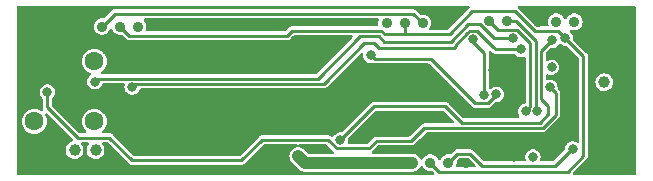
<source format=gbr>
%TF.GenerationSoftware,KiCad,Pcbnew,7.0.7*%
%TF.CreationDate,2024-07-30T16:01:34+03:00*%
%TF.ProjectId,Main_PCB_002,4d61696e-5f50-4434-925f-3030322e6b69,rev?*%
%TF.SameCoordinates,Original*%
%TF.FileFunction,Copper,L3,Inr*%
%TF.FilePolarity,Positive*%
%FSLAX46Y46*%
G04 Gerber Fmt 4.6, Leading zero omitted, Abs format (unit mm)*
G04 Created by KiCad (PCBNEW 7.0.7) date 2024-07-30 16:01:34*
%MOMM*%
%LPD*%
G01*
G04 APERTURE LIST*
%TA.AperFunction,ComponentPad*%
%ADD10C,0.900000*%
%TD*%
%TA.AperFunction,ComponentPad*%
%ADD11C,1.600000*%
%TD*%
%TA.AperFunction,ComponentPad*%
%ADD12C,2.200000*%
%TD*%
%TA.AperFunction,ComponentPad*%
%ADD13C,1.000000*%
%TD*%
%TA.AperFunction,ComponentPad*%
%ADD14C,0.499999*%
%TD*%
%TA.AperFunction,ViaPad*%
%ADD15C,0.800000*%
%TD*%
%TA.AperFunction,Conductor*%
%ADD16C,0.250000*%
%TD*%
%TA.AperFunction,Conductor*%
%ADD17C,1.000000*%
%TD*%
G04 APERTURE END LIST*
D10*
%TO.N,Net-(D11-Conn)*%
%TO.C,D27*%
X87325200Y-63855600D03*
%TD*%
D11*
%TO.N,Net-(D3-Conn)*%
%TO.C,D3*%
X60401200Y-60350400D03*
%TD*%
%TO.N,GND2*%
%TO.C,D19*%
X55321200Y-55270400D03*
%TD*%
D12*
%TO.N,GND2*%
%TO.C,D29*%
X55626000Y-63246000D03*
%TD*%
D10*
%TO.N,Net-(D12-Conn)*%
%TO.C,D12*%
X62585600Y-52324000D03*
%TD*%
D11*
%TO.N,Net-(D2-Conn)*%
%TO.C,D2*%
X60401200Y-55270400D03*
%TD*%
D12*
%TO.N,GND2*%
%TO.C,D30*%
X104394000Y-52578000D03*
%TD*%
D10*
%TO.N,GND2*%
%TO.C,D20*%
X89712800Y-52019200D03*
%TD*%
D13*
%TO.N,GND2*%
%TO.C,D18*%
X103581200Y-58674000D03*
%TD*%
D10*
%TO.N,Net-(D13-Conn)*%
%TO.C,D22*%
X88188800Y-52019200D03*
%TD*%
D11*
%TO.N,Net-(D1-Conn)*%
%TO.C,D1*%
X55321200Y-60350400D03*
%TD*%
D10*
%TO.N,Net-(D12-Conn)*%
%TO.C,D25*%
X88849200Y-63855600D03*
%TD*%
%TO.N,GND2*%
%TO.C,D21*%
X91897200Y-63855600D03*
%TD*%
%TO.N,GND2*%
%TO.C,D10*%
X97993200Y-51917600D03*
%TD*%
%TO.N,Net-(D7-Conn)*%
%TO.C,D7*%
X95351600Y-51816000D03*
%TD*%
%TO.N,Net-(D12-Conn)*%
%TO.C,D24*%
X86664800Y-52019200D03*
%TD*%
D13*
%TO.N,Net-(D16-Conn)*%
%TO.C,D17*%
X103581200Y-57048400D03*
%TD*%
D14*
%TO.N,GND2*%
%TO.C,U4*%
X81012599Y-57067600D03*
X82012600Y-55867600D03*
X82012600Y-57067600D03*
X82012600Y-58267600D03*
X83012601Y-57067600D03*
%TD*%
D10*
%TO.N,Net-(D13-Conn)*%
%TO.C,D23*%
X90373200Y-63855600D03*
%TD*%
%TO.N,Net-(D13-Conn)*%
%TO.C,D13*%
X61061600Y-52324000D03*
%TD*%
D13*
%TO.N,Net-(D16-Conn)*%
%TO.C,D16*%
X58724800Y-62788800D03*
%TD*%
D10*
%TO.N,Net-(D11-Conn)*%
%TO.C,D11*%
X64109600Y-52324000D03*
%TD*%
%TO.N,Net-(D8-Conn)*%
%TO.C,D8*%
X101041200Y-51917600D03*
%TD*%
D12*
%TO.N,GND2*%
%TO.C,D28*%
X55626000Y-52324000D03*
%TD*%
D14*
%TO.N,GND2*%
%TO.C,U3*%
X83539899Y-61385600D03*
X84539900Y-60185600D03*
X84539900Y-61385600D03*
X84539900Y-62585600D03*
X85539901Y-61385600D03*
%TD*%
D10*
%TO.N,Net-(D9-Conn)*%
%TO.C,D9*%
X99517200Y-51917600D03*
%TD*%
%TO.N,GND2*%
%TO.C,D14*%
X59563000Y-52349400D03*
%TD*%
%TO.N,Net-(D6-Conn)*%
%TO.C,D6*%
X93827600Y-51816000D03*
%TD*%
D12*
%TO.N,GND2*%
%TO.C,D31*%
X104394000Y-63246000D03*
%TD*%
D13*
%TO.N,Net-(D15-Conn)*%
%TO.C,D15*%
X60502800Y-62788800D03*
%TD*%
D10*
%TO.N,Net-(D11-Conn)*%
%TO.C,D26*%
X85140800Y-52019200D03*
%TD*%
D15*
%TO.N,Net-(U2-PA5)*%
X98971353Y-57486101D03*
X56426100Y-57873900D03*
%TO.N,GND2*%
X99629577Y-61401247D03*
X94192352Y-56031975D03*
X99656259Y-56637226D03*
X73609200Y-55930800D03*
X94661803Y-59513546D03*
X73609200Y-59080400D03*
X95910400Y-63385100D03*
X102362000Y-54203600D03*
X73609200Y-60096400D03*
X79095600Y-55626000D03*
X73660000Y-54762400D03*
X86614000Y-57150000D03*
X77384701Y-53457901D03*
X73609200Y-58013600D03*
X67056000Y-59436000D03*
X104241600Y-55422800D03*
X73609200Y-61163200D03*
X65278000Y-55118000D03*
X88290400Y-57759600D03*
X75666600Y-52247800D03*
%TO.N,Net-(D7-Conn)*%
X97924745Y-59514700D03*
%TO.N,Net-(D11-Conn)*%
X77622400Y-63296800D03*
%TO.N,Net-(D13-Conn)*%
X100888800Y-62687200D03*
%TO.N,Net-(D15-Conn)*%
X97536000Y-63385100D03*
%TO.N,Net-(D6-Conn)*%
X96925243Y-59514700D03*
%TO.N,Net-(U2-PB5)*%
X60452000Y-56997600D03*
X95855301Y-53315500D03*
%TO.N,Net-(U2-PB4)*%
X96520000Y-54254400D03*
X63601600Y-57454343D03*
X99110800Y-55778400D03*
%TO.N,Net-(U2-PA1)*%
X92494408Y-53397971D03*
X93421200Y-58115200D03*
%TO.N,Net-(U2-PA0)*%
X94437200Y-58064400D03*
X83820000Y-54762400D03*
%TO.N,Net-(D12-Conn)*%
X100279200Y-53289200D03*
%TO.N,Net-(U2-PB3)*%
X99161600Y-53492400D03*
X81229200Y-61925200D03*
X81229200Y-61925200D03*
%TD*%
D16*
%TO.N,Net-(U2-PA5)*%
X99466400Y-59791600D02*
X98356000Y-60902000D01*
X61671200Y-61722000D02*
X58994895Y-61722000D01*
X72833400Y-63666200D02*
X63615400Y-63666200D01*
X80203895Y-61925200D02*
X74574400Y-61925200D01*
X98356000Y-60902000D02*
X88348400Y-60902000D01*
X98971353Y-57486101D02*
X99466400Y-57981148D01*
X63615400Y-63666200D02*
X61671200Y-61722000D01*
X87239799Y-62010601D02*
X84301727Y-62010601D01*
X83662128Y-62650200D02*
X80928895Y-62650200D01*
X74574400Y-61925200D02*
X72833400Y-63666200D01*
X99466400Y-57981148D02*
X99466400Y-59791600D01*
X80928895Y-62650200D02*
X80203895Y-61925200D01*
X84301727Y-62010601D02*
X83662128Y-62650200D01*
X56426100Y-59153205D02*
X56426100Y-57873900D01*
X88348400Y-60902000D02*
X87239799Y-62010601D01*
X58994895Y-61722000D02*
X56426100Y-59153205D01*
%TO.N,Net-(D7-Conn)*%
X97790000Y-53543200D02*
X96062800Y-51816000D01*
X97924745Y-59514700D02*
X97790000Y-59379955D01*
X97924745Y-59514700D02*
X97739200Y-59329155D01*
X96062800Y-51816000D02*
X95351600Y-51816000D01*
X97790000Y-59379955D02*
X97790000Y-53543200D01*
X97739200Y-59329155D02*
X97739200Y-59283600D01*
D17*
%TO.N,Net-(D11-Conn)*%
X87325200Y-63855600D02*
X78232000Y-63855600D01*
D16*
X77673200Y-63296800D02*
X77673200Y-63296800D01*
X77673200Y-63296800D02*
X77622400Y-63296800D01*
X77622400Y-63246000D02*
X77622400Y-63246000D01*
D17*
X78232000Y-63855600D02*
X77673200Y-63296800D01*
D16*
X77622400Y-63296800D02*
X77622400Y-63246000D01*
%TO.N,Net-(D13-Conn)*%
X100888800Y-62636400D02*
X100838000Y-62687200D01*
X100888800Y-62687200D02*
X100888800Y-62636400D01*
X100838000Y-62687200D02*
X100888800Y-62687200D01*
X93247216Y-64109600D02*
X92218216Y-63080600D01*
X88188800Y-52019200D02*
X87413800Y-51244200D01*
X92218216Y-63080600D02*
X91148200Y-63080600D01*
X91148200Y-63080600D02*
X90373200Y-63855600D01*
X62141400Y-51244200D02*
X61061600Y-52324000D01*
X87413800Y-51244200D02*
X62141400Y-51244200D01*
X93247216Y-64109600D02*
X99415600Y-64109600D01*
X99415600Y-64109600D02*
X100838000Y-62687200D01*
%TO.N,Net-(D6-Conn)*%
X96925243Y-59514700D02*
X97289200Y-59150743D01*
X97289200Y-53702800D02*
X96177400Y-52591000D01*
X97289200Y-59150743D02*
X97289200Y-53702800D01*
X96177400Y-52591000D02*
X94602600Y-52591000D01*
X94602600Y-52591000D02*
X93827600Y-51816000D01*
%TO.N,Net-(U2-PB5)*%
X60719757Y-56729843D02*
X79312557Y-56729843D01*
X84937600Y-53594000D02*
X90576400Y-53594000D01*
X90576400Y-53594000D02*
X92049600Y-52120800D01*
X82919400Y-53123000D02*
X84466600Y-53123000D01*
X84466600Y-53123000D02*
X84937600Y-53594000D01*
X60452000Y-56997600D02*
X60719757Y-56729843D01*
X79312557Y-56729843D02*
X82919400Y-53123000D01*
X93014800Y-52120800D02*
X94209500Y-53315500D01*
X92049600Y-52120800D02*
X93014800Y-52120800D01*
X94209500Y-53315500D02*
X95855301Y-53315500D01*
%TO.N,Net-(U2-PB4)*%
X79806800Y-57179843D02*
X83261200Y-53725443D01*
X84103843Y-53725443D02*
X84480400Y-54102000D01*
X91991537Y-52875537D02*
X92194103Y-52672971D01*
X63876100Y-57179843D02*
X79806800Y-57179843D01*
X90932000Y-54102000D02*
X90932000Y-53935074D01*
X92194103Y-52672971D02*
X92794713Y-52672971D01*
X96520000Y-54254400D02*
X94376142Y-54254400D01*
X83261200Y-53725443D02*
X84103843Y-53725443D01*
X90932000Y-53935074D02*
X91991537Y-52875537D01*
X94376142Y-54254400D02*
X94183200Y-54061458D01*
X63601600Y-57454343D02*
X63876100Y-57179843D01*
X84480400Y-54102000D02*
X90932000Y-54102000D01*
X92794713Y-52672971D02*
X94183200Y-54061458D01*
%TO.N,Net-(U2-PA1)*%
X92494408Y-53397971D02*
X92494408Y-53632408D01*
X92494408Y-53632408D02*
X93421200Y-54559200D01*
X93421200Y-54559200D02*
X93421200Y-58115200D01*
%TO.N,Net-(U2-PA0)*%
X88900000Y-55067200D02*
X92673000Y-58840200D01*
X94437200Y-58124505D02*
X94437200Y-58064400D01*
X83820000Y-54762400D02*
X84124800Y-55067200D01*
X93721505Y-58840200D02*
X94437200Y-58124505D01*
X92673000Y-58840200D02*
X93721505Y-58840200D01*
X84124800Y-55067200D02*
X88900000Y-55067200D01*
%TO.N,Net-(D12-Conn)*%
X99682600Y-52692600D02*
X97672184Y-52692600D01*
X84694392Y-52668808D02*
X77149196Y-52668808D01*
X100279200Y-53289200D02*
X99682600Y-52692600D01*
X89624200Y-64630600D02*
X100469400Y-64630600D01*
X92418200Y-51041000D02*
X90474800Y-52984400D01*
X100469400Y-64630600D02*
X101803200Y-63296800D01*
X63360600Y-53099000D02*
X62585600Y-52324000D01*
X76719004Y-53099000D02*
X63360600Y-53099000D01*
X97672184Y-52692600D02*
X96020584Y-51041000D01*
X101803200Y-54813200D02*
X100279200Y-53289200D01*
X77149196Y-52668808D02*
X76719004Y-53099000D01*
X90474800Y-52984400D02*
X85009984Y-52984400D01*
X85009984Y-52984400D02*
X84694392Y-52668808D01*
X88849200Y-63855600D02*
X89624200Y-64630600D01*
X86664800Y-52019200D02*
X86664800Y-52984400D01*
X96020584Y-51041000D02*
X92418200Y-51041000D01*
X101803200Y-63296800D02*
X101803200Y-54813200D01*
%TO.N,Net-(U2-PB3)*%
X98247200Y-58470800D02*
X98806000Y-59029600D01*
X98806000Y-59750105D02*
X98104105Y-60452000D01*
X99161600Y-53492400D02*
X98247200Y-54406800D01*
X98806000Y-59029600D02*
X98806000Y-59750105D01*
X91490800Y-60452000D02*
X90119200Y-59080400D01*
X98247200Y-54406800D02*
X98247200Y-58470800D01*
X90119200Y-59080400D02*
X84074000Y-59080400D01*
X84074000Y-59080400D02*
X81229200Y-61925200D01*
X98104105Y-60452000D02*
X91490800Y-60452000D01*
%TD*%
%TA.AperFunction,Conductor*%
%TO.N,GND2*%
G36*
X92138179Y-50576185D02*
G01*
X92183934Y-50628989D01*
X92193878Y-50698147D01*
X92164853Y-50761703D01*
X92162367Y-50764485D01*
X92147192Y-50780970D01*
X90355581Y-52572581D01*
X90294258Y-52606066D01*
X90267900Y-52608900D01*
X88869193Y-52608900D01*
X88802154Y-52589215D01*
X88756399Y-52536411D01*
X88746455Y-52467253D01*
X88767141Y-52414461D01*
X88813618Y-52347130D01*
X88873940Y-52188072D01*
X88894445Y-52019200D01*
X88873940Y-51850328D01*
X88813618Y-51691270D01*
X88716983Y-51551271D01*
X88589652Y-51438466D01*
X88589649Y-51438463D01*
X88439026Y-51359410D01*
X88273856Y-51318700D01*
X88103744Y-51318700D01*
X88103743Y-51318700D01*
X88096297Y-51319604D01*
X88096140Y-51318314D01*
X88034113Y-51315578D01*
X87986575Y-51285937D01*
X87715949Y-51015311D01*
X87699822Y-50995452D01*
X87693886Y-50986367D01*
X87693883Y-50986363D01*
X87665874Y-50964563D01*
X87660110Y-50959472D01*
X87657315Y-50956677D01*
X87638305Y-50943106D01*
X87594989Y-50909390D01*
X87588074Y-50905648D01*
X87581000Y-50902190D01*
X87528396Y-50886529D01*
X87476458Y-50868699D01*
X87468723Y-50867408D01*
X87460885Y-50866431D01*
X87406044Y-50868700D01*
X62193203Y-50868700D01*
X62167758Y-50866061D01*
X62157132Y-50863833D01*
X62157129Y-50863833D01*
X62121907Y-50868223D01*
X62114231Y-50868700D01*
X62110286Y-50868700D01*
X62093015Y-50871581D01*
X62087258Y-50872542D01*
X62032770Y-50879334D01*
X62025257Y-50881571D01*
X62017787Y-50884136D01*
X61969522Y-50910255D01*
X61920192Y-50934371D01*
X61913775Y-50938953D01*
X61907575Y-50943779D01*
X61870392Y-50984170D01*
X61263824Y-51590737D01*
X61202501Y-51624222D01*
X61154205Y-51623561D01*
X61154103Y-51624404D01*
X61146657Y-51623500D01*
X61146656Y-51623500D01*
X60976544Y-51623500D01*
X60811373Y-51664210D01*
X60660750Y-51743263D01*
X60533416Y-51856072D01*
X60436782Y-51996068D01*
X60376460Y-52155125D01*
X60376459Y-52155130D01*
X60355955Y-52324000D01*
X60376459Y-52492869D01*
X60376460Y-52492874D01*
X60436782Y-52651931D01*
X60495958Y-52737660D01*
X60533417Y-52791929D01*
X60624931Y-52873003D01*
X60660750Y-52904736D01*
X60811373Y-52983789D01*
X60811375Y-52983790D01*
X60976544Y-53024500D01*
X61146656Y-53024500D01*
X61311825Y-52983790D01*
X61417380Y-52928390D01*
X61462449Y-52904736D01*
X61462450Y-52904734D01*
X61462452Y-52904734D01*
X61589783Y-52791929D01*
X61686418Y-52651930D01*
X61707658Y-52595923D01*
X61749835Y-52540221D01*
X61815433Y-52516163D01*
X61883623Y-52531390D01*
X61932757Y-52581065D01*
X61939542Y-52595924D01*
X61960781Y-52651928D01*
X61960782Y-52651931D01*
X62019958Y-52737660D01*
X62057417Y-52791929D01*
X62148931Y-52873003D01*
X62184750Y-52904736D01*
X62335373Y-52983789D01*
X62335375Y-52983790D01*
X62500544Y-53024500D01*
X62670658Y-53024500D01*
X62678104Y-53023596D01*
X62678261Y-53024889D01*
X62740267Y-53027614D01*
X62787825Y-53057262D01*
X63058449Y-53327886D01*
X63074578Y-53347747D01*
X63080516Y-53356836D01*
X63108529Y-53378639D01*
X63114291Y-53383728D01*
X63117083Y-53386520D01*
X63136086Y-53400088D01*
X63179411Y-53433809D01*
X63179413Y-53433809D01*
X63186335Y-53437555D01*
X63193398Y-53441008D01*
X63193401Y-53441010D01*
X63246012Y-53456673D01*
X63271976Y-53465586D01*
X63297939Y-53474500D01*
X63305701Y-53475795D01*
X63313511Y-53476768D01*
X63313512Y-53476769D01*
X63313512Y-53476768D01*
X63313513Y-53476769D01*
X63340940Y-53475634D01*
X63368369Y-53474500D01*
X76667200Y-53474500D01*
X76692645Y-53477139D01*
X76696444Y-53477935D01*
X76703272Y-53479367D01*
X76724229Y-53476754D01*
X76738496Y-53474977D01*
X76746172Y-53474500D01*
X76750116Y-53474500D01*
X76750118Y-53474500D01*
X76750120Y-53474499D01*
X76750126Y-53474499D01*
X76765491Y-53471934D01*
X76773144Y-53470657D01*
X76827630Y-53463866D01*
X76827631Y-53463865D01*
X76827633Y-53463865D01*
X76835145Y-53461628D01*
X76842610Y-53459066D01*
X76842610Y-53459065D01*
X76842614Y-53459065D01*
X76890881Y-53432944D01*
X76940215Y-53408826D01*
X76940217Y-53408823D01*
X76946598Y-53404268D01*
X76952822Y-53399423D01*
X76952830Y-53399419D01*
X76990012Y-53359028D01*
X77125597Y-53223443D01*
X77268414Y-53080627D01*
X77329737Y-53047142D01*
X77356095Y-53044308D01*
X82167693Y-53044308D01*
X82234732Y-53063993D01*
X82280487Y-53116797D01*
X82290431Y-53185955D01*
X82261406Y-53249511D01*
X82255374Y-53255988D01*
X80723799Y-54787563D01*
X79193338Y-56318024D01*
X79132015Y-56351509D01*
X79105657Y-56354343D01*
X61082881Y-56354343D01*
X61015842Y-56334658D01*
X60970087Y-56281854D01*
X60960143Y-56212696D01*
X60989168Y-56149140D01*
X61004217Y-56134489D01*
X61147610Y-56016810D01*
X61214570Y-55935218D01*
X61278885Y-55856850D01*
X61376432Y-55674354D01*
X61436500Y-55476334D01*
X61456783Y-55270400D01*
X61436500Y-55064466D01*
X61376432Y-54866446D01*
X61278885Y-54683950D01*
X61219020Y-54611004D01*
X61147610Y-54523989D01*
X61015025Y-54415181D01*
X60987650Y-54392715D01*
X60817754Y-54301902D01*
X60805156Y-54295169D01*
X60805155Y-54295168D01*
X60805154Y-54295168D01*
X60607134Y-54235100D01*
X60607132Y-54235099D01*
X60607134Y-54235099D01*
X60401200Y-54214817D01*
X60195267Y-54235099D01*
X59997243Y-54295169D01*
X59904218Y-54344893D01*
X59814750Y-54392715D01*
X59814748Y-54392716D01*
X59814747Y-54392717D01*
X59654789Y-54523989D01*
X59523517Y-54683947D01*
X59523515Y-54683950D01*
X59519373Y-54691700D01*
X59425969Y-54866443D01*
X59365899Y-55064467D01*
X59345617Y-55270400D01*
X59365899Y-55476332D01*
X59365900Y-55476334D01*
X59425968Y-55674354D01*
X59523515Y-55856850D01*
X59523517Y-55856852D01*
X59654789Y-56016810D01*
X59751409Y-56096102D01*
X59814750Y-56148085D01*
X59940015Y-56215041D01*
X59997245Y-56245632D01*
X60010322Y-56249598D01*
X60025288Y-56254138D01*
X60083728Y-56292434D01*
X60112185Y-56356246D01*
X60101626Y-56425313D01*
X60071522Y-56465615D01*
X59961516Y-56563070D01*
X59871781Y-56693075D01*
X59871780Y-56693076D01*
X59815762Y-56840781D01*
X59796722Y-56997599D01*
X59796722Y-56997600D01*
X59815762Y-57154418D01*
X59870036Y-57297525D01*
X59871780Y-57302123D01*
X59961517Y-57432130D01*
X60079760Y-57536883D01*
X60088016Y-57541216D01*
X60219634Y-57610296D01*
X60373014Y-57648100D01*
X60373015Y-57648100D01*
X60530985Y-57648100D01*
X60684365Y-57610296D01*
X60702820Y-57600610D01*
X60824240Y-57536883D01*
X60942483Y-57432130D01*
X61032220Y-57302123D01*
X61076497Y-57185372D01*
X61118676Y-57129669D01*
X61184274Y-57105612D01*
X61192440Y-57105343D01*
X62858603Y-57105343D01*
X62925642Y-57125028D01*
X62971397Y-57177832D01*
X62981341Y-57246990D01*
X62974545Y-57273315D01*
X62965362Y-57297525D01*
X62946322Y-57454342D01*
X62946322Y-57454343D01*
X62965362Y-57611161D01*
X63005533Y-57717081D01*
X63021380Y-57758866D01*
X63111117Y-57888873D01*
X63229360Y-57993626D01*
X63229362Y-57993627D01*
X63369234Y-58067039D01*
X63522614Y-58104843D01*
X63522615Y-58104843D01*
X63680585Y-58104843D01*
X63833965Y-58067039D01*
X63889745Y-58037763D01*
X63973840Y-57993626D01*
X64092083Y-57888873D01*
X64181820Y-57758866D01*
X64228654Y-57635372D01*
X64270833Y-57579669D01*
X64336431Y-57555612D01*
X64344597Y-57555343D01*
X79754996Y-57555343D01*
X79780441Y-57557982D01*
X79784240Y-57558778D01*
X79791068Y-57560210D01*
X79812025Y-57557597D01*
X79826292Y-57555820D01*
X79833968Y-57555343D01*
X79837912Y-57555343D01*
X79837914Y-57555343D01*
X79837916Y-57555342D01*
X79837922Y-57555342D01*
X79853287Y-57552777D01*
X79860940Y-57551500D01*
X79915426Y-57544709D01*
X79915427Y-57544708D01*
X79915429Y-57544708D01*
X79922941Y-57542471D01*
X79930406Y-57539909D01*
X79930406Y-57539908D01*
X79930410Y-57539908D01*
X79978677Y-57513787D01*
X80028011Y-57489669D01*
X80028013Y-57489666D01*
X80034394Y-57485111D01*
X80040619Y-57480265D01*
X80040626Y-57480262D01*
X80077808Y-57439871D01*
X82967218Y-54550460D01*
X83028540Y-54516977D01*
X83098232Y-54521961D01*
X83154165Y-54563833D01*
X83178582Y-54629297D01*
X83177994Y-54653089D01*
X83164722Y-54762399D01*
X83164722Y-54762400D01*
X83183762Y-54919218D01*
X83222022Y-55020099D01*
X83239780Y-55066923D01*
X83329517Y-55196930D01*
X83447760Y-55301683D01*
X83447762Y-55301684D01*
X83587634Y-55375096D01*
X83741014Y-55412900D01*
X83741015Y-55412900D01*
X83898985Y-55412900D01*
X83905086Y-55411396D01*
X83970149Y-55412945D01*
X84010205Y-55424871D01*
X84062140Y-55442700D01*
X84062142Y-55442700D01*
X84069879Y-55443991D01*
X84077709Y-55444967D01*
X84077711Y-55444968D01*
X84077712Y-55444967D01*
X84077713Y-55444968D01*
X84132555Y-55442700D01*
X88693101Y-55442700D01*
X88760140Y-55462385D01*
X88780781Y-55479018D01*
X90599287Y-57297525D01*
X92370850Y-59069088D01*
X92386975Y-59088944D01*
X92392913Y-59098032D01*
X92392916Y-59098036D01*
X92420925Y-59119836D01*
X92426687Y-59124925D01*
X92429482Y-59127720D01*
X92448495Y-59141294D01*
X92491811Y-59175009D01*
X92491818Y-59175011D01*
X92498720Y-59178747D01*
X92505796Y-59182206D01*
X92505801Y-59182210D01*
X92512892Y-59184321D01*
X92558403Y-59197870D01*
X92610338Y-59215700D01*
X92618072Y-59216990D01*
X92625910Y-59217967D01*
X92625912Y-59217968D01*
X92625913Y-59217967D01*
X92625914Y-59217968D01*
X92680756Y-59215700D01*
X93669701Y-59215700D01*
X93695146Y-59218339D01*
X93698945Y-59219135D01*
X93705773Y-59220567D01*
X93726730Y-59217954D01*
X93740997Y-59216177D01*
X93748673Y-59215700D01*
X93752617Y-59215700D01*
X93752619Y-59215700D01*
X93752621Y-59215699D01*
X93752627Y-59215699D01*
X93767992Y-59213134D01*
X93775645Y-59211857D01*
X93830131Y-59205066D01*
X93830132Y-59205065D01*
X93830134Y-59205065D01*
X93837646Y-59202828D01*
X93845111Y-59200266D01*
X93845111Y-59200265D01*
X93845115Y-59200265D01*
X93893382Y-59174144D01*
X93942716Y-59150026D01*
X93942718Y-59150023D01*
X93949099Y-59145468D01*
X93955324Y-59140622D01*
X93955331Y-59140619D01*
X93992513Y-59100228D01*
X94341522Y-58751219D01*
X94402846Y-58717734D01*
X94429204Y-58714900D01*
X94516185Y-58714900D01*
X94669565Y-58677096D01*
X94809440Y-58603683D01*
X94927683Y-58498930D01*
X95017420Y-58368923D01*
X95073437Y-58221218D01*
X95092478Y-58064400D01*
X95080003Y-57961654D01*
X95073437Y-57907581D01*
X95026839Y-57784713D01*
X95017420Y-57759877D01*
X94927683Y-57629870D01*
X94809440Y-57525117D01*
X94809438Y-57525116D01*
X94809437Y-57525115D01*
X94669565Y-57451703D01*
X94516186Y-57413900D01*
X94516185Y-57413900D01*
X94358215Y-57413900D01*
X94358214Y-57413900D01*
X94204834Y-57451703D01*
X94064961Y-57525115D01*
X94064959Y-57525117D01*
X94002926Y-57580073D01*
X93939693Y-57609794D01*
X93870430Y-57600610D01*
X93817127Y-57555437D01*
X93796707Y-57488618D01*
X93796700Y-57487257D01*
X93796700Y-54611004D01*
X93799340Y-54585555D01*
X93801567Y-54574933D01*
X93800183Y-54563833D01*
X93797175Y-54539707D01*
X93796699Y-54532026D01*
X93796700Y-54528086D01*
X93795896Y-54523274D01*
X93804277Y-54453908D01*
X93848829Y-54400086D01*
X93915407Y-54378894D01*
X93982874Y-54397061D01*
X94005886Y-54415181D01*
X94073991Y-54483286D01*
X94090119Y-54503145D01*
X94096058Y-54512236D01*
X94124074Y-54534041D01*
X94129835Y-54539130D01*
X94132624Y-54541919D01*
X94151625Y-54555485D01*
X94190319Y-54585602D01*
X94194953Y-54589209D01*
X94201846Y-54592939D01*
X94208938Y-54596406D01*
X94208943Y-54596410D01*
X94214768Y-54598144D01*
X94261545Y-54612070D01*
X94313480Y-54629900D01*
X94321214Y-54631190D01*
X94329052Y-54632167D01*
X94329054Y-54632168D01*
X94329055Y-54632167D01*
X94329056Y-54632168D01*
X94383898Y-54629900D01*
X95923692Y-54629900D01*
X95990731Y-54649585D01*
X96025742Y-54683461D01*
X96029517Y-54688930D01*
X96147760Y-54793683D01*
X96147762Y-54793684D01*
X96287634Y-54867096D01*
X96441014Y-54904900D01*
X96441015Y-54904900D01*
X96598985Y-54904900D01*
X96759649Y-54865301D01*
X96760432Y-54868480D01*
X96815386Y-54864244D01*
X96876894Y-54897389D01*
X96910718Y-54958525D01*
X96913700Y-54985555D01*
X96913700Y-58750428D01*
X96894015Y-58817467D01*
X96841211Y-58863222D01*
X96819375Y-58870825D01*
X96692876Y-58902004D01*
X96553005Y-58975415D01*
X96434759Y-59080171D01*
X96345024Y-59210175D01*
X96345023Y-59210176D01*
X96289005Y-59357881D01*
X96269965Y-59514699D01*
X96269965Y-59514700D01*
X96289005Y-59671518D01*
X96345023Y-59819222D01*
X96345023Y-59819223D01*
X96369204Y-59854255D01*
X96388396Y-59882060D01*
X96410279Y-59948415D01*
X96392814Y-60016066D01*
X96341546Y-60063536D01*
X96286346Y-60076500D01*
X91697700Y-60076500D01*
X91630661Y-60056815D01*
X91610019Y-60040181D01*
X90421349Y-58851511D01*
X90405222Y-58831652D01*
X90399286Y-58822567D01*
X90399283Y-58822563D01*
X90371274Y-58800763D01*
X90365510Y-58795672D01*
X90362715Y-58792877D01*
X90343705Y-58779306D01*
X90300389Y-58745590D01*
X90293474Y-58741848D01*
X90286400Y-58738390D01*
X90233796Y-58722729D01*
X90181858Y-58704899D01*
X90174123Y-58703608D01*
X90166285Y-58702631D01*
X90111444Y-58704900D01*
X84125803Y-58704900D01*
X84100358Y-58702261D01*
X84089732Y-58700033D01*
X84089729Y-58700033D01*
X84054507Y-58704423D01*
X84046831Y-58704900D01*
X84042886Y-58704900D01*
X84025615Y-58707781D01*
X84019858Y-58708742D01*
X83965370Y-58715534D01*
X83957857Y-58717771D01*
X83950387Y-58720336D01*
X83902122Y-58746455D01*
X83852792Y-58770571D01*
X83846375Y-58775153D01*
X83840175Y-58779979D01*
X83802991Y-58820371D01*
X81384980Y-61238381D01*
X81323657Y-61271866D01*
X81297299Y-61274700D01*
X81150214Y-61274700D01*
X80996834Y-61312503D01*
X80856962Y-61385915D01*
X80738718Y-61490669D01*
X80644942Y-61626526D01*
X80590659Y-61670516D01*
X80521210Y-61678175D01*
X80466727Y-61653936D01*
X80455968Y-61645562D01*
X80450212Y-61640479D01*
X80447413Y-61637680D01*
X80447409Y-61637677D01*
X80447408Y-61637676D01*
X80431790Y-61626526D01*
X80428399Y-61624105D01*
X80395865Y-61598782D01*
X80385084Y-61590390D01*
X80378169Y-61586648D01*
X80371095Y-61583190D01*
X80318491Y-61567529D01*
X80266553Y-61549699D01*
X80258818Y-61548408D01*
X80250980Y-61547431D01*
X80196139Y-61549700D01*
X74626203Y-61549700D01*
X74600758Y-61547061D01*
X74590132Y-61544833D01*
X74590129Y-61544833D01*
X74554907Y-61549223D01*
X74547231Y-61549700D01*
X74543286Y-61549700D01*
X74526015Y-61552581D01*
X74520258Y-61553542D01*
X74465770Y-61560334D01*
X74458257Y-61562571D01*
X74450787Y-61565136D01*
X74402522Y-61591255D01*
X74353192Y-61615371D01*
X74346775Y-61619953D01*
X74340575Y-61624779D01*
X74303392Y-61665170D01*
X72714181Y-63254381D01*
X72652858Y-63287866D01*
X72626500Y-63290700D01*
X63822299Y-63290700D01*
X63755260Y-63271015D01*
X63734618Y-63254381D01*
X62866815Y-62386578D01*
X61973349Y-61493111D01*
X61957222Y-61473252D01*
X61951286Y-61464167D01*
X61951283Y-61464163D01*
X61923274Y-61442363D01*
X61917510Y-61437272D01*
X61914715Y-61434477D01*
X61895705Y-61420906D01*
X61852389Y-61387190D01*
X61845474Y-61383448D01*
X61838400Y-61379990D01*
X61785796Y-61364329D01*
X61733858Y-61346499D01*
X61726123Y-61345208D01*
X61718285Y-61344231D01*
X61663444Y-61346500D01*
X61189919Y-61346500D01*
X61122880Y-61326815D01*
X61077125Y-61274011D01*
X61067181Y-61204853D01*
X61096206Y-61141297D01*
X61111254Y-61126647D01*
X61126293Y-61114304D01*
X61147610Y-61096810D01*
X61278885Y-60936850D01*
X61376432Y-60754354D01*
X61436500Y-60556334D01*
X61456783Y-60350400D01*
X61436500Y-60144466D01*
X61376432Y-59946446D01*
X61278885Y-59763950D01*
X61222869Y-59695694D01*
X61147610Y-59603989D01*
X61002154Y-59484618D01*
X60987650Y-59472715D01*
X60814267Y-59380039D01*
X60805156Y-59375169D01*
X60805155Y-59375168D01*
X60805154Y-59375168D01*
X60607134Y-59315100D01*
X60607132Y-59315099D01*
X60607134Y-59315099D01*
X60401200Y-59294817D01*
X60195267Y-59315099D01*
X59997243Y-59375169D01*
X59905490Y-59424213D01*
X59814750Y-59472715D01*
X59814748Y-59472716D01*
X59814747Y-59472717D01*
X59654789Y-59603989D01*
X59523517Y-59763947D01*
X59523515Y-59763950D01*
X59493971Y-59819223D01*
X59425969Y-59946443D01*
X59425968Y-59946445D01*
X59425968Y-59946446D01*
X59422221Y-59958797D01*
X59365899Y-60144467D01*
X59345617Y-60350399D01*
X59365899Y-60556332D01*
X59379625Y-60601579D01*
X59425968Y-60754354D01*
X59523515Y-60936850D01*
X59523517Y-60936852D01*
X59654790Y-61096810D01*
X59691146Y-61126647D01*
X59730480Y-61184392D01*
X59732351Y-61254237D01*
X59696164Y-61314005D01*
X59633408Y-61344721D01*
X59612481Y-61346500D01*
X59201794Y-61346500D01*
X59134755Y-61326815D01*
X59114113Y-61310181D01*
X56837919Y-59033986D01*
X56804434Y-58972663D01*
X56801600Y-58946305D01*
X56801600Y-58466102D01*
X56821285Y-58399063D01*
X56843374Y-58373286D01*
X56867875Y-58351581D01*
X56916583Y-58308430D01*
X57006320Y-58178423D01*
X57062337Y-58030718D01*
X57081378Y-57873900D01*
X57073702Y-57810677D01*
X57062337Y-57717081D01*
X57032677Y-57638876D01*
X57006320Y-57569377D01*
X56916583Y-57439370D01*
X56798340Y-57334617D01*
X56798338Y-57334616D01*
X56798337Y-57334615D01*
X56658465Y-57261203D01*
X56505086Y-57223400D01*
X56505085Y-57223400D01*
X56347115Y-57223400D01*
X56347114Y-57223400D01*
X56193734Y-57261203D01*
X56053862Y-57334615D01*
X55935616Y-57439371D01*
X55845881Y-57569375D01*
X55845880Y-57569376D01*
X55789862Y-57717081D01*
X55770822Y-57873899D01*
X55770822Y-57873900D01*
X55789862Y-58030718D01*
X55839412Y-58161369D01*
X55845880Y-58178423D01*
X55854521Y-58190942D01*
X55935617Y-58308431D01*
X56008825Y-58373286D01*
X56045952Y-58432475D01*
X56050599Y-58466102D01*
X56050600Y-59101401D01*
X56047962Y-59126839D01*
X56045733Y-59137473D01*
X56045733Y-59137474D01*
X56045733Y-59137476D01*
X56050123Y-59172696D01*
X56050600Y-59180372D01*
X56050600Y-59184321D01*
X56054442Y-59207346D01*
X56061234Y-59261832D01*
X56063473Y-59269352D01*
X56066034Y-59276813D01*
X56083592Y-59309259D01*
X56098185Y-59377588D01*
X56073520Y-59442959D01*
X56017428Y-59484618D01*
X55947718Y-59489338D01*
X55913484Y-59474722D01*
X55913022Y-59475587D01*
X55907651Y-59472716D01*
X55907650Y-59472715D01*
X55734267Y-59380039D01*
X55725156Y-59375169D01*
X55725155Y-59375168D01*
X55725154Y-59375168D01*
X55527134Y-59315100D01*
X55527132Y-59315099D01*
X55527134Y-59315099D01*
X55321200Y-59294817D01*
X55115267Y-59315099D01*
X54917243Y-59375169D01*
X54825490Y-59424213D01*
X54734750Y-59472715D01*
X54734748Y-59472716D01*
X54734747Y-59472717D01*
X54574789Y-59603989D01*
X54443517Y-59763947D01*
X54443515Y-59763950D01*
X54413971Y-59819223D01*
X54345969Y-59946443D01*
X54345968Y-59946445D01*
X54345968Y-59946446D01*
X54342221Y-59958797D01*
X54285899Y-60144467D01*
X54265617Y-60350399D01*
X54285899Y-60556332D01*
X54299625Y-60601579D01*
X54345968Y-60754354D01*
X54443515Y-60936850D01*
X54443517Y-60936852D01*
X54574789Y-61096810D01*
X54654259Y-61162028D01*
X54734750Y-61228085D01*
X54917246Y-61325632D01*
X55115266Y-61385700D01*
X55115265Y-61385700D01*
X55130394Y-61387190D01*
X55321200Y-61405983D01*
X55527134Y-61385700D01*
X55725154Y-61325632D01*
X55907650Y-61228085D01*
X56067610Y-61096810D01*
X56198885Y-60936850D01*
X56296432Y-60754354D01*
X56356500Y-60556334D01*
X56376783Y-60350400D01*
X56356500Y-60144466D01*
X56296432Y-59946446D01*
X56240511Y-59841827D01*
X56226270Y-59773426D01*
X56251269Y-59708182D01*
X56307574Y-59666811D01*
X56377307Y-59662449D01*
X56437551Y-59695694D01*
X58593210Y-61851352D01*
X58626695Y-61912675D01*
X58621711Y-61982367D01*
X58579839Y-62038300D01*
X58546484Y-62056074D01*
X58397113Y-62108342D01*
X58397102Y-62108347D01*
X58253915Y-62198318D01*
X58253909Y-62198323D01*
X58134323Y-62317909D01*
X58134318Y-62317915D01*
X58044347Y-62461102D01*
X58044345Y-62461105D01*
X57988485Y-62620743D01*
X57969551Y-62788797D01*
X57969551Y-62788802D01*
X57988485Y-62956856D01*
X58044345Y-63116494D01*
X58044347Y-63116497D01*
X58134318Y-63259684D01*
X58134323Y-63259690D01*
X58253909Y-63379276D01*
X58253915Y-63379281D01*
X58397102Y-63469252D01*
X58397105Y-63469254D01*
X58397109Y-63469255D01*
X58397110Y-63469256D01*
X58425949Y-63479347D01*
X58556743Y-63525114D01*
X58724797Y-63544049D01*
X58724800Y-63544049D01*
X58724803Y-63544049D01*
X58892856Y-63525114D01*
X58903710Y-63521316D01*
X59052490Y-63469256D01*
X59052492Y-63469254D01*
X59052494Y-63469254D01*
X59052497Y-63469252D01*
X59195684Y-63379281D01*
X59195685Y-63379280D01*
X59195690Y-63379277D01*
X59315277Y-63259690D01*
X59335013Y-63228281D01*
X59405252Y-63116497D01*
X59405254Y-63116494D01*
X59405254Y-63116492D01*
X59405256Y-63116490D01*
X59461113Y-62956859D01*
X59461113Y-62956858D01*
X59461114Y-62956856D01*
X59480049Y-62788802D01*
X59480049Y-62788797D01*
X59461114Y-62620743D01*
X59405254Y-62461105D01*
X59405252Y-62461102D01*
X59315281Y-62317915D01*
X59315276Y-62317909D01*
X59306548Y-62309181D01*
X59273063Y-62247858D01*
X59278047Y-62178166D01*
X59319919Y-62122233D01*
X59385383Y-62097816D01*
X59394229Y-62097500D01*
X59833371Y-62097500D01*
X59900410Y-62117185D01*
X59946165Y-62169989D01*
X59956109Y-62239147D01*
X59927084Y-62302703D01*
X59921052Y-62309181D01*
X59912323Y-62317909D01*
X59912318Y-62317915D01*
X59822347Y-62461102D01*
X59822345Y-62461105D01*
X59766485Y-62620743D01*
X59747551Y-62788797D01*
X59747551Y-62788802D01*
X59766485Y-62956856D01*
X59822345Y-63116494D01*
X59822347Y-63116497D01*
X59912318Y-63259684D01*
X59912323Y-63259690D01*
X60031909Y-63379276D01*
X60031915Y-63379281D01*
X60175102Y-63469252D01*
X60175105Y-63469254D01*
X60175109Y-63469255D01*
X60175110Y-63469256D01*
X60203949Y-63479347D01*
X60334743Y-63525114D01*
X60502797Y-63544049D01*
X60502800Y-63544049D01*
X60502803Y-63544049D01*
X60670856Y-63525114D01*
X60681710Y-63521316D01*
X60830490Y-63469256D01*
X60830492Y-63469254D01*
X60830494Y-63469254D01*
X60830497Y-63469252D01*
X60973684Y-63379281D01*
X60973685Y-63379280D01*
X60973690Y-63379277D01*
X61093277Y-63259690D01*
X61113013Y-63228281D01*
X61183252Y-63116497D01*
X61183254Y-63116494D01*
X61183254Y-63116492D01*
X61183256Y-63116490D01*
X61239113Y-62956859D01*
X61239113Y-62956858D01*
X61239114Y-62956856D01*
X61258049Y-62788802D01*
X61258049Y-62788797D01*
X61239114Y-62620743D01*
X61183254Y-62461105D01*
X61183252Y-62461102D01*
X61093281Y-62317915D01*
X61093276Y-62317909D01*
X61084548Y-62309181D01*
X61051063Y-62247858D01*
X61056047Y-62178166D01*
X61097919Y-62122233D01*
X61163383Y-62097816D01*
X61172229Y-62097500D01*
X61464301Y-62097500D01*
X61531340Y-62117185D01*
X61551981Y-62133818D01*
X62433228Y-63015066D01*
X63313250Y-63895088D01*
X63329375Y-63914944D01*
X63335313Y-63924032D01*
X63335316Y-63924036D01*
X63363325Y-63945836D01*
X63369087Y-63950925D01*
X63371882Y-63953720D01*
X63390895Y-63967294D01*
X63434211Y-64001009D01*
X63434218Y-64001011D01*
X63441120Y-64004747D01*
X63448196Y-64008206D01*
X63448201Y-64008210D01*
X63458584Y-64011301D01*
X63500803Y-64023870D01*
X63552738Y-64041700D01*
X63560472Y-64042990D01*
X63568310Y-64043967D01*
X63568312Y-64043968D01*
X63568313Y-64043967D01*
X63568314Y-64043968D01*
X63623156Y-64041700D01*
X72781596Y-64041700D01*
X72807041Y-64044339D01*
X72810840Y-64045135D01*
X72817668Y-64046567D01*
X72838625Y-64043954D01*
X72852892Y-64042177D01*
X72860568Y-64041700D01*
X72864512Y-64041700D01*
X72864514Y-64041700D01*
X72864516Y-64041699D01*
X72864522Y-64041699D01*
X72879887Y-64039134D01*
X72887540Y-64037857D01*
X72942026Y-64031066D01*
X72942027Y-64031065D01*
X72942029Y-64031065D01*
X72949541Y-64028828D01*
X72957006Y-64026266D01*
X72957006Y-64026265D01*
X72957010Y-64026265D01*
X73005277Y-64000144D01*
X73054611Y-63976026D01*
X73054613Y-63976023D01*
X73060994Y-63971468D01*
X73067219Y-63966622D01*
X73067226Y-63966619D01*
X73104407Y-63926229D01*
X73499501Y-63531135D01*
X74693619Y-62337019D01*
X74754942Y-62303534D01*
X74781300Y-62300700D01*
X77578014Y-62300700D01*
X77645053Y-62320385D01*
X77676507Y-62356685D01*
X77698812Y-62326225D01*
X77764014Y-62301116D01*
X77774168Y-62300700D01*
X79996996Y-62300700D01*
X80064035Y-62320385D01*
X80084676Y-62337018D01*
X80368398Y-62620741D01*
X80626745Y-62879088D01*
X80642869Y-62898942D01*
X80652233Y-62913273D01*
X80672424Y-62980161D01*
X80653248Y-63047348D01*
X80600792Y-63093501D01*
X80548428Y-63105100D01*
X78594229Y-63105100D01*
X78527190Y-63085415D01*
X78506552Y-63068785D01*
X78172977Y-62735209D01*
X78069877Y-62653689D01*
X78069875Y-62653688D01*
X78069874Y-62653687D01*
X77910871Y-62579542D01*
X77749093Y-62546138D01*
X77687419Y-62513304D01*
X77676915Y-62494542D01*
X77671727Y-62505903D01*
X77612949Y-62543677D01*
X77581627Y-62548646D01*
X77563688Y-62549169D01*
X77563684Y-62549169D01*
X77563683Y-62549170D01*
X77394224Y-62594576D01*
X77239799Y-62677841D01*
X77108741Y-62794473D01*
X77108739Y-62794476D01*
X77008113Y-62938186D01*
X77008108Y-62938195D01*
X76943338Y-63101229D01*
X76917910Y-63274827D01*
X76933200Y-63449595D01*
X76988385Y-63616131D01*
X76988387Y-63616136D01*
X77008170Y-63648209D01*
X77031928Y-63686728D01*
X77080489Y-63765457D01*
X77656268Y-64341235D01*
X77668049Y-64354867D01*
X77682390Y-64374130D01*
X77722420Y-64407719D01*
X77726392Y-64411359D01*
X77732224Y-64417191D01*
X77732227Y-64417194D01*
X77757947Y-64437531D01*
X77816788Y-64486904D01*
X77822818Y-64490870D01*
X77822785Y-64490919D01*
X77829143Y-64494969D01*
X77829175Y-64494919D01*
X77835320Y-64498709D01*
X77835323Y-64498711D01*
X77904936Y-64531172D01*
X77973567Y-64565640D01*
X77973572Y-64565641D01*
X77980361Y-64568113D01*
X77980340Y-64568170D01*
X77987455Y-64570643D01*
X77987475Y-64570586D01*
X77994330Y-64572858D01*
X78069558Y-64588390D01*
X78144279Y-64606100D01*
X78144289Y-64606100D01*
X78151452Y-64606938D01*
X78151444Y-64606997D01*
X78158945Y-64607764D01*
X78158951Y-64607705D01*
X78166140Y-64608334D01*
X78166144Y-64608333D01*
X78166145Y-64608334D01*
X78242918Y-64606100D01*
X87368909Y-64606100D01*
X87499455Y-64590841D01*
X87664317Y-64530837D01*
X87810896Y-64434430D01*
X87931292Y-64306818D01*
X88006149Y-64177159D01*
X88056716Y-64128943D01*
X88125323Y-64115719D01*
X88190188Y-64141687D01*
X88219955Y-64177471D01*
X88220121Y-64177357D01*
X88221392Y-64179198D01*
X88223334Y-64181533D01*
X88224382Y-64183530D01*
X88321017Y-64323529D01*
X88416039Y-64407711D01*
X88448350Y-64436336D01*
X88559971Y-64494919D01*
X88598975Y-64515390D01*
X88764144Y-64556100D01*
X88934258Y-64556100D01*
X88941704Y-64555196D01*
X88941861Y-64556489D01*
X89003867Y-64559214D01*
X89051425Y-64588862D01*
X89162782Y-64700219D01*
X89196267Y-64761542D01*
X89191283Y-64831234D01*
X89149411Y-64887167D01*
X89083947Y-64911584D01*
X89075101Y-64911900D01*
X53982500Y-64911900D01*
X53915461Y-64892215D01*
X53869706Y-64839411D01*
X53858500Y-64787900D01*
X53858500Y-50680500D01*
X53878185Y-50613461D01*
X53930989Y-50567706D01*
X53982500Y-50556500D01*
X92071140Y-50556500D01*
X92138179Y-50576185D01*
G37*
%TD.AperFunction*%
%TA.AperFunction,Conductor*%
G36*
X106206139Y-50576185D02*
G01*
X106251894Y-50628989D01*
X106263100Y-50680500D01*
X106263100Y-64787900D01*
X106243415Y-64854939D01*
X106190611Y-64900694D01*
X106139100Y-64911900D01*
X101018498Y-64911900D01*
X100951459Y-64892215D01*
X100905704Y-64839411D01*
X100895760Y-64770253D01*
X100924785Y-64706697D01*
X100930817Y-64700219D01*
X101476155Y-64154881D01*
X102032089Y-63598946D01*
X102051946Y-63582822D01*
X102061036Y-63576884D01*
X102082838Y-63548871D01*
X102087933Y-63543103D01*
X102090719Y-63540318D01*
X102095342Y-63533843D01*
X102104286Y-63521316D01*
X102138007Y-63477992D01*
X102141747Y-63471080D01*
X102145203Y-63464007D01*
X102145210Y-63463999D01*
X102160870Y-63411396D01*
X102178700Y-63359460D01*
X102178700Y-63359455D01*
X102179990Y-63351724D01*
X102180968Y-63343885D01*
X102178700Y-63289044D01*
X102178700Y-59078183D01*
X102178700Y-57048402D01*
X102825951Y-57048402D01*
X102844885Y-57216456D01*
X102900745Y-57376094D01*
X102900747Y-57376097D01*
X102990718Y-57519284D01*
X102990723Y-57519290D01*
X103110309Y-57638876D01*
X103110315Y-57638881D01*
X103253502Y-57728852D01*
X103253505Y-57728854D01*
X103253509Y-57728855D01*
X103253510Y-57728856D01*
X103306275Y-57747319D01*
X103413143Y-57784714D01*
X103581197Y-57803649D01*
X103581200Y-57803649D01*
X103581203Y-57803649D01*
X103749256Y-57784714D01*
X103749259Y-57784713D01*
X103908890Y-57728856D01*
X103908892Y-57728854D01*
X103908894Y-57728854D01*
X103908897Y-57728852D01*
X104052084Y-57638881D01*
X104052085Y-57638880D01*
X104052090Y-57638877D01*
X104171677Y-57519290D01*
X104192531Y-57486101D01*
X104261652Y-57376097D01*
X104261654Y-57376094D01*
X104261654Y-57376092D01*
X104261656Y-57376090D01*
X104317513Y-57216459D01*
X104317513Y-57216458D01*
X104317514Y-57216456D01*
X104336449Y-57048402D01*
X104336449Y-57048397D01*
X104317514Y-56880343D01*
X104261654Y-56720705D01*
X104261652Y-56720702D01*
X104171681Y-56577515D01*
X104171676Y-56577509D01*
X104052090Y-56457923D01*
X104052084Y-56457918D01*
X103908897Y-56367947D01*
X103908894Y-56367945D01*
X103749256Y-56312085D01*
X103581203Y-56293151D01*
X103581197Y-56293151D01*
X103413143Y-56312085D01*
X103253505Y-56367945D01*
X103253502Y-56367947D01*
X103110315Y-56457918D01*
X103110309Y-56457923D01*
X102990723Y-56577509D01*
X102990718Y-56577515D01*
X102900747Y-56720702D01*
X102900745Y-56720705D01*
X102844885Y-56880343D01*
X102825951Y-57048397D01*
X102825951Y-57048402D01*
X102178700Y-57048402D01*
X102178700Y-54864993D01*
X102181338Y-54839559D01*
X102183567Y-54828931D01*
X102181128Y-54809363D01*
X102179177Y-54793708D01*
X102178700Y-54786032D01*
X102178700Y-54782089D01*
X102178699Y-54782083D01*
X102177462Y-54774671D01*
X102174855Y-54759047D01*
X102168065Y-54704574D01*
X102168065Y-54704573D01*
X102165817Y-54697027D01*
X102163265Y-54689590D01*
X102137142Y-54641319D01*
X102132190Y-54631190D01*
X102113026Y-54591988D01*
X102113023Y-54591985D01*
X102113023Y-54591984D01*
X102108467Y-54585602D01*
X102103623Y-54579378D01*
X102103619Y-54579374D01*
X102063241Y-54542203D01*
X100963717Y-53442679D01*
X100930233Y-53381357D01*
X100928303Y-53340052D01*
X100928846Y-53335582D01*
X100934478Y-53289200D01*
X100915437Y-53132382D01*
X100859420Y-52984677D01*
X100795511Y-52892088D01*
X100769682Y-52854668D01*
X100704416Y-52796849D01*
X100667289Y-52737660D01*
X100668056Y-52667794D01*
X100706473Y-52609434D01*
X100770343Y-52581109D01*
X100816316Y-52583635D01*
X100956144Y-52618100D01*
X101126256Y-52618100D01*
X101291425Y-52577390D01*
X101408082Y-52516163D01*
X101442049Y-52498336D01*
X101442050Y-52498334D01*
X101442052Y-52498334D01*
X101569383Y-52385529D01*
X101666018Y-52245530D01*
X101726340Y-52086472D01*
X101746845Y-51917600D01*
X101726340Y-51748728D01*
X101724267Y-51743263D01*
X101671321Y-51603653D01*
X101666018Y-51589670D01*
X101662429Y-51584471D01*
X101631676Y-51539918D01*
X101569383Y-51449671D01*
X101442052Y-51336866D01*
X101442049Y-51336863D01*
X101291426Y-51257810D01*
X101126256Y-51217100D01*
X100956144Y-51217100D01*
X100790973Y-51257810D01*
X100640350Y-51336863D01*
X100513016Y-51449672D01*
X100416382Y-51589668D01*
X100416382Y-51589669D01*
X100395142Y-51645676D01*
X100352964Y-51701379D01*
X100287367Y-51725436D01*
X100219176Y-51710209D01*
X100170043Y-51660533D01*
X100163258Y-51645676D01*
X100160872Y-51639385D01*
X100142018Y-51589670D01*
X100138429Y-51584471D01*
X100107676Y-51539918D01*
X100045383Y-51449671D01*
X99918052Y-51336866D01*
X99918049Y-51336863D01*
X99767426Y-51257810D01*
X99602256Y-51217100D01*
X99432144Y-51217100D01*
X99266973Y-51257810D01*
X99116350Y-51336863D01*
X98989016Y-51449672D01*
X98892382Y-51589668D01*
X98832060Y-51748725D01*
X98832059Y-51748730D01*
X98811555Y-51917600D01*
X98832059Y-52086469D01*
X98832060Y-52086474D01*
X98840893Y-52109763D01*
X98855823Y-52149131D01*
X98861190Y-52218792D01*
X98828043Y-52280298D01*
X98766905Y-52314120D01*
X98739881Y-52317100D01*
X97879083Y-52317100D01*
X97812044Y-52297415D01*
X97791402Y-52280781D01*
X97068768Y-51558147D01*
X96322733Y-50812111D01*
X96306606Y-50792252D01*
X96300670Y-50783167D01*
X96300669Y-50783166D01*
X96300668Y-50783164D01*
X96294486Y-50778352D01*
X96253674Y-50721641D01*
X96250001Y-50651868D01*
X96284633Y-50591185D01*
X96346575Y-50558860D01*
X96370650Y-50556500D01*
X106139100Y-50556500D01*
X106206139Y-50576185D01*
G37*
%TD.AperFunction*%
%TA.AperFunction,Conductor*%
G36*
X92078356Y-63475785D02*
G01*
X92098998Y-63492419D01*
X92649997Y-64043419D01*
X92683482Y-64104742D01*
X92678498Y-64174434D01*
X92636626Y-64230367D01*
X92571162Y-64254784D01*
X92562316Y-64255100D01*
X91150519Y-64255100D01*
X91083480Y-64235415D01*
X91037725Y-64182611D01*
X91027781Y-64113453D01*
X91034575Y-64087134D01*
X91058340Y-64024472D01*
X91078845Y-63855600D01*
X91067216Y-63759830D01*
X91078676Y-63690909D01*
X91102625Y-63657210D01*
X91267419Y-63492416D01*
X91328742Y-63458934D01*
X91355099Y-63456100D01*
X92011317Y-63456100D01*
X92078356Y-63475785D01*
G37*
%TD.AperFunction*%
%TA.AperFunction,Conductor*%
G36*
X99895732Y-53818536D02*
G01*
X99906960Y-53828483D01*
X99906962Y-53828484D01*
X100046834Y-53901896D01*
X100200214Y-53939700D01*
X100347301Y-53939700D01*
X100414340Y-53959385D01*
X100434982Y-53976019D01*
X101391381Y-54932418D01*
X101424866Y-54993741D01*
X101427700Y-55020099D01*
X101427700Y-62030265D01*
X101408015Y-62097304D01*
X101355211Y-62143059D01*
X101286053Y-62153003D01*
X101246074Y-62140061D01*
X101121165Y-62074503D01*
X100967786Y-62036700D01*
X100967785Y-62036700D01*
X100809815Y-62036700D01*
X100809814Y-62036700D01*
X100656434Y-62074503D01*
X100516562Y-62147915D01*
X100459668Y-62198318D01*
X100413582Y-62239147D01*
X100398316Y-62252671D01*
X100308581Y-62382675D01*
X100308580Y-62382676D01*
X100252562Y-62530381D01*
X100233522Y-62687199D01*
X100233522Y-62687202D01*
X100234196Y-62692754D01*
X100222735Y-62761677D01*
X100198781Y-62795379D01*
X99296381Y-63697781D01*
X99235058Y-63731266D01*
X99208700Y-63734100D01*
X98278997Y-63734100D01*
X98211958Y-63714415D01*
X98166203Y-63661611D01*
X98156259Y-63592453D01*
X98163055Y-63566128D01*
X98172237Y-63541918D01*
X98191278Y-63385100D01*
X98190572Y-63379281D01*
X98172237Y-63228281D01*
X98144826Y-63156004D01*
X98116220Y-63080577D01*
X98026483Y-62950570D01*
X97908240Y-62845817D01*
X97908238Y-62845816D01*
X97908237Y-62845815D01*
X97768365Y-62772403D01*
X97614986Y-62734600D01*
X97614985Y-62734600D01*
X97457015Y-62734600D01*
X97457014Y-62734600D01*
X97303634Y-62772403D01*
X97163762Y-62845815D01*
X97045516Y-62950571D01*
X96955781Y-63080575D01*
X96955780Y-63080576D01*
X96899762Y-63228281D01*
X96880722Y-63385099D01*
X96880722Y-63385100D01*
X96899762Y-63541917D01*
X96908945Y-63566128D01*
X96914312Y-63635791D01*
X96881165Y-63697298D01*
X96820027Y-63731119D01*
X96793003Y-63734100D01*
X93454115Y-63734100D01*
X93387076Y-63714415D01*
X93366434Y-63697781D01*
X92956519Y-63287866D01*
X92520365Y-62851711D01*
X92504238Y-62831852D01*
X92498302Y-62822767D01*
X92498299Y-62822763D01*
X92470290Y-62800963D01*
X92464526Y-62795872D01*
X92461731Y-62793077D01*
X92442721Y-62779506D01*
X92399405Y-62745790D01*
X92392490Y-62742048D01*
X92385416Y-62738590D01*
X92332812Y-62722929D01*
X92280874Y-62705099D01*
X92273139Y-62703808D01*
X92265301Y-62702831D01*
X92210460Y-62705100D01*
X91200003Y-62705100D01*
X91174558Y-62702461D01*
X91163932Y-62700233D01*
X91163929Y-62700233D01*
X91128707Y-62704623D01*
X91121031Y-62705100D01*
X91117086Y-62705100D01*
X91105571Y-62707021D01*
X91094056Y-62708942D01*
X91075896Y-62711206D01*
X91039575Y-62715734D01*
X91039571Y-62715735D01*
X91032042Y-62717977D01*
X91024583Y-62720537D01*
X90976318Y-62746658D01*
X90926991Y-62770772D01*
X90920581Y-62775348D01*
X90914375Y-62780179D01*
X90877192Y-62820570D01*
X90575424Y-63122337D01*
X90514101Y-63155822D01*
X90465805Y-63155161D01*
X90465703Y-63156004D01*
X90458257Y-63155100D01*
X90458256Y-63155100D01*
X90288144Y-63155100D01*
X90122973Y-63195810D01*
X89972350Y-63274863D01*
X89845016Y-63387672D01*
X89748382Y-63527668D01*
X89748382Y-63527669D01*
X89727142Y-63583676D01*
X89684964Y-63639379D01*
X89619367Y-63663436D01*
X89551176Y-63648209D01*
X89502043Y-63598533D01*
X89495258Y-63583676D01*
X89488603Y-63566128D01*
X89474018Y-63527670D01*
X89377383Y-63387671D01*
X89250052Y-63274866D01*
X89250049Y-63274863D01*
X89099426Y-63195810D01*
X88934256Y-63155100D01*
X88764144Y-63155100D01*
X88598973Y-63195810D01*
X88448350Y-63274863D01*
X88321016Y-63387672D01*
X88224381Y-63527671D01*
X88222563Y-63531135D01*
X88220565Y-63533199D01*
X88220121Y-63533843D01*
X88220014Y-63533769D01*
X88173976Y-63581345D01*
X88105956Y-63597317D01*
X88040100Y-63573979D01*
X87998911Y-63522618D01*
X87979577Y-63477796D01*
X87974577Y-63471080D01*
X87889934Y-63357385D01*
X87874810Y-63337070D01*
X87740414Y-63224298D01*
X87739726Y-63223952D01*
X87583637Y-63145561D01*
X87583633Y-63145560D01*
X87412921Y-63105100D01*
X87412918Y-63105100D01*
X84037626Y-63105100D01*
X83970587Y-63085415D01*
X83924832Y-63032611D01*
X83914888Y-62963453D01*
X83943913Y-62899897D01*
X83949945Y-62893419D01*
X84420945Y-62422420D01*
X84482268Y-62388935D01*
X84508626Y-62386101D01*
X87187995Y-62386101D01*
X87213440Y-62388740D01*
X87217239Y-62389536D01*
X87224067Y-62390968D01*
X87245024Y-62388355D01*
X87259291Y-62386578D01*
X87266967Y-62386101D01*
X87270911Y-62386101D01*
X87270913Y-62386101D01*
X87270915Y-62386100D01*
X87270921Y-62386100D01*
X87291440Y-62382675D01*
X87293939Y-62382258D01*
X87348425Y-62375467D01*
X87348426Y-62375466D01*
X87348428Y-62375466D01*
X87355940Y-62373229D01*
X87363405Y-62370667D01*
X87363405Y-62370666D01*
X87363409Y-62370666D01*
X87411676Y-62344545D01*
X87461010Y-62320427D01*
X87461012Y-62320424D01*
X87467393Y-62315869D01*
X87473618Y-62311023D01*
X87473625Y-62311020D01*
X87510807Y-62270629D01*
X87976012Y-61805424D01*
X88467618Y-61313819D01*
X88528941Y-61280334D01*
X88555299Y-61277500D01*
X98304196Y-61277500D01*
X98329641Y-61280139D01*
X98333440Y-61280935D01*
X98340268Y-61282367D01*
X98361225Y-61279754D01*
X98375492Y-61277977D01*
X98383168Y-61277500D01*
X98387112Y-61277500D01*
X98387114Y-61277500D01*
X98387116Y-61277499D01*
X98387122Y-61277499D01*
X98403891Y-61274700D01*
X98410140Y-61273657D01*
X98464626Y-61266866D01*
X98464627Y-61266865D01*
X98464629Y-61266865D01*
X98472141Y-61264628D01*
X98479606Y-61262066D01*
X98479606Y-61262065D01*
X98479610Y-61262065D01*
X98527877Y-61235944D01*
X98577211Y-61211826D01*
X98577213Y-61211823D01*
X98583594Y-61207268D01*
X98589819Y-61202422D01*
X98589826Y-61202419D01*
X98627008Y-61162028D01*
X99695289Y-60093746D01*
X99715146Y-60077622D01*
X99724236Y-60071684D01*
X99746051Y-60043654D01*
X99751119Y-60037916D01*
X99753920Y-60035117D01*
X99767488Y-60016113D01*
X99801209Y-59972789D01*
X99801210Y-59972783D01*
X99804942Y-59965889D01*
X99808403Y-59958807D01*
X99808410Y-59958799D01*
X99824070Y-59906196D01*
X99841900Y-59854260D01*
X99841900Y-59854255D01*
X99843190Y-59846524D01*
X99844168Y-59838685D01*
X99841900Y-59783844D01*
X99841900Y-58032952D01*
X99844539Y-58007507D01*
X99845185Y-58004423D01*
X99846767Y-57996880D01*
X99844898Y-57981888D01*
X99842377Y-57961654D01*
X99841900Y-57953978D01*
X99841900Y-57950037D01*
X99841898Y-57950024D01*
X99838057Y-57927007D01*
X99831438Y-57873900D01*
X99831266Y-57872522D01*
X99831264Y-57872518D01*
X99829022Y-57864988D01*
X99826465Y-57857540D01*
X99826465Y-57857538D01*
X99800344Y-57809270D01*
X99776226Y-57759937D01*
X99776224Y-57759935D01*
X99776224Y-57759934D01*
X99771676Y-57753564D01*
X99766820Y-57747324D01*
X99766819Y-57747322D01*
X99746755Y-57728852D01*
X99726429Y-57710140D01*
X99696942Y-57680653D01*
X99655868Y-57639579D01*
X99622385Y-57578259D01*
X99620455Y-57536958D01*
X99626631Y-57486101D01*
X99607590Y-57329283D01*
X99551573Y-57181578D01*
X99461836Y-57051571D01*
X99343593Y-56946818D01*
X99343591Y-56946817D01*
X99343590Y-56946816D01*
X99203718Y-56873404D01*
X99050339Y-56835601D01*
X99050338Y-56835601D01*
X98892368Y-56835601D01*
X98892367Y-56835601D01*
X98776374Y-56864190D01*
X98706572Y-56861121D01*
X98649510Y-56820800D01*
X98623305Y-56756031D01*
X98622700Y-56743793D01*
X98622700Y-56461996D01*
X98642385Y-56394957D01*
X98695189Y-56349202D01*
X98764347Y-56339258D01*
X98804323Y-56352198D01*
X98878435Y-56391096D01*
X98955124Y-56409997D01*
X99031814Y-56428900D01*
X99031815Y-56428900D01*
X99189785Y-56428900D01*
X99343165Y-56391096D01*
X99392930Y-56364977D01*
X99483040Y-56317683D01*
X99601283Y-56212930D01*
X99691020Y-56082923D01*
X99747037Y-55935218D01*
X99766078Y-55778400D01*
X99747037Y-55621582D01*
X99691020Y-55473877D01*
X99601283Y-55343870D01*
X99483040Y-55239117D01*
X99483038Y-55239116D01*
X99483037Y-55239115D01*
X99343165Y-55165703D01*
X99189786Y-55127900D01*
X99189785Y-55127900D01*
X99031815Y-55127900D01*
X99031814Y-55127900D01*
X98878434Y-55165703D01*
X98804326Y-55204599D01*
X98735817Y-55218325D01*
X98670764Y-55192832D01*
X98629820Y-55136217D01*
X98622700Y-55094803D01*
X98622700Y-54613698D01*
X98642385Y-54546659D01*
X98659014Y-54526022D01*
X99005817Y-54179219D01*
X99067141Y-54145734D01*
X99093499Y-54142900D01*
X99240585Y-54142900D01*
X99393965Y-54105096D01*
X99477711Y-54061142D01*
X99533840Y-54031683D01*
X99652083Y-53926930D01*
X99711456Y-53840912D01*
X99765738Y-53796922D01*
X99835187Y-53789262D01*
X99895732Y-53818536D01*
G37*
%TD.AperFunction*%
%TA.AperFunction,Conductor*%
G36*
X89979340Y-59475585D02*
G01*
X89999982Y-59492219D01*
X90822582Y-60314819D01*
X90856067Y-60376142D01*
X90851083Y-60445834D01*
X90809211Y-60501767D01*
X90743747Y-60526184D01*
X90734901Y-60526500D01*
X88400203Y-60526500D01*
X88374758Y-60523861D01*
X88364132Y-60521633D01*
X88364129Y-60521633D01*
X88328907Y-60526023D01*
X88321231Y-60526500D01*
X88317286Y-60526500D01*
X88305771Y-60528421D01*
X88294256Y-60530342D01*
X88276096Y-60532606D01*
X88239775Y-60537134D01*
X88239771Y-60537135D01*
X88232242Y-60539377D01*
X88224783Y-60541937D01*
X88176518Y-60568058D01*
X88127191Y-60592172D01*
X88120781Y-60596748D01*
X88114575Y-60601579D01*
X88077392Y-60641970D01*
X87120580Y-61598782D01*
X87059257Y-61632267D01*
X87032899Y-61635101D01*
X84353530Y-61635101D01*
X84328085Y-61632462D01*
X84317459Y-61630234D01*
X84317456Y-61630234D01*
X84282234Y-61634624D01*
X84274558Y-61635101D01*
X84270613Y-61635101D01*
X84259098Y-61637022D01*
X84247583Y-61638943D01*
X84235319Y-61640472D01*
X84193102Y-61645735D01*
X84193098Y-61645736D01*
X84185569Y-61647978D01*
X84178110Y-61650538D01*
X84129845Y-61676659D01*
X84080518Y-61700773D01*
X84074108Y-61705349D01*
X84067902Y-61710180D01*
X84030719Y-61750571D01*
X83542909Y-62238381D01*
X83481586Y-62271866D01*
X83455228Y-62274700D01*
X81972008Y-62274700D01*
X81904969Y-62255015D01*
X81859214Y-62202211D01*
X81849270Y-62133053D01*
X81856066Y-62106730D01*
X81865436Y-62082021D01*
X81865436Y-62082020D01*
X81865437Y-62082018D01*
X81884478Y-61925200D01*
X81878302Y-61874344D01*
X81889761Y-61805424D01*
X81913714Y-61771721D01*
X84193217Y-59492219D01*
X84254541Y-59458734D01*
X84280899Y-59455900D01*
X89912301Y-59455900D01*
X89979340Y-59475585D01*
G37*
%TD.AperFunction*%
%TA.AperFunction,Conductor*%
G36*
X84430520Y-51639385D02*
G01*
X84476275Y-51692189D01*
X84486219Y-51761347D01*
X84479424Y-51787665D01*
X84470981Y-51809927D01*
X84455660Y-51850325D01*
X84455659Y-51850330D01*
X84435155Y-52019199D01*
X84435155Y-52019200D01*
X84450931Y-52149129D01*
X84451567Y-52154361D01*
X84440107Y-52223285D01*
X84393203Y-52275071D01*
X84328471Y-52293308D01*
X77201000Y-52293308D01*
X77175553Y-52290669D01*
X77172909Y-52290114D01*
X77164925Y-52288440D01*
X77129705Y-52292831D01*
X77122028Y-52293308D01*
X77118082Y-52293308D01*
X77100802Y-52296191D01*
X77095042Y-52297152D01*
X77040564Y-52303943D01*
X77033040Y-52306183D01*
X77025588Y-52308742D01*
X77025586Y-52308742D01*
X77025586Y-52308743D01*
X76977314Y-52334864D01*
X76977315Y-52334865D01*
X76927986Y-52358980D01*
X76921594Y-52363543D01*
X76915370Y-52368388D01*
X76878199Y-52408766D01*
X76731437Y-52555529D01*
X76599785Y-52687181D01*
X76538462Y-52720666D01*
X76512104Y-52723500D01*
X64886919Y-52723500D01*
X64819880Y-52703815D01*
X64774125Y-52651011D01*
X64764181Y-52581853D01*
X64770975Y-52555534D01*
X64794740Y-52492872D01*
X64815245Y-52324000D01*
X64794740Y-52155128D01*
X64786659Y-52133821D01*
X64743190Y-52019200D01*
X64734418Y-51996070D01*
X64717598Y-51971701D01*
X64637782Y-51856069D01*
X64615710Y-51836516D01*
X64578583Y-51777327D01*
X64579349Y-51707461D01*
X64617767Y-51649101D01*
X64681637Y-51620776D01*
X64697936Y-51619700D01*
X84363481Y-51619700D01*
X84430520Y-51639385D01*
G37*
%TD.AperFunction*%
%TD*%
M02*

</source>
